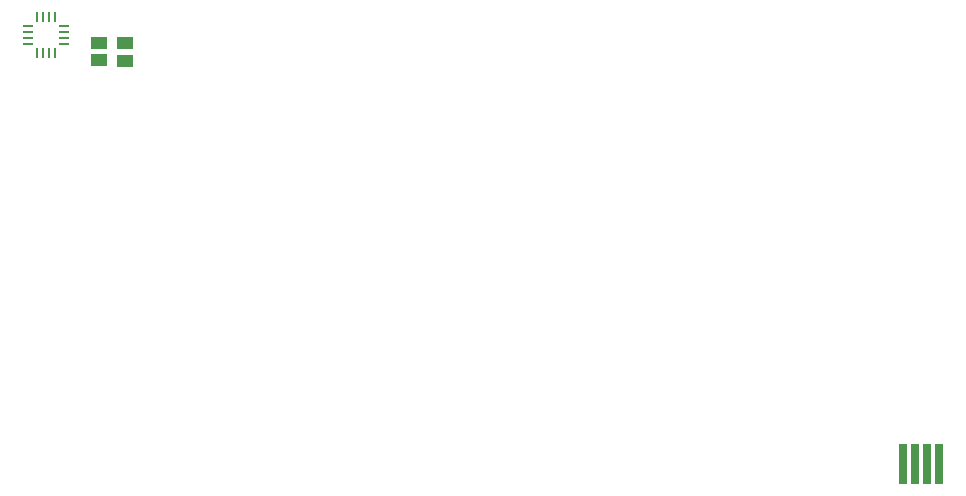
<source format=gbp>
G04*
G04 #@! TF.GenerationSoftware,Altium Limited,Altium Designer,18.0.7 (293)*
G04*
G04 Layer_Color=128*
%FSAX25Y25*%
%MOIN*%
G70*
G01*
G75*
%ADD19R,0.02756X0.13780*%
%ADD20R,0.05512X0.04331*%
%ADD21R,0.01102X0.03543*%
%ADD22R,0.03543X0.01102*%
D19*
X2436863Y-0051446D02*
D03*
X2432926D02*
D03*
X2428989D02*
D03*
X2425052D02*
D03*
D20*
X2156900Y0082947D02*
D03*
Y0088853D02*
D03*
X2165500Y0082847D02*
D03*
Y0088753D02*
D03*
D21*
X2142253Y0097259D02*
D03*
X2140284D02*
D03*
X2138316D02*
D03*
X2136347D02*
D03*
Y0085448D02*
D03*
X2138316D02*
D03*
X2140284D02*
D03*
X2142253D02*
D03*
D22*
X2133394Y0094306D02*
D03*
Y0092338D02*
D03*
Y0090369D02*
D03*
Y0088401D02*
D03*
X2145205D02*
D03*
Y0090369D02*
D03*
Y0092338D02*
D03*
Y0094306D02*
D03*
M02*

</source>
